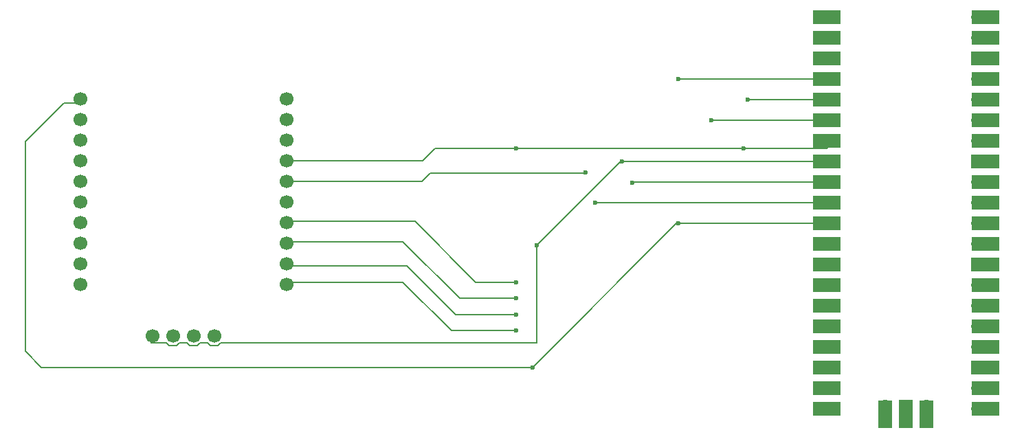
<source format=gbr>
%TF.GenerationSoftware,KiCad,Pcbnew,9.0.2*%
%TF.CreationDate,2025-05-22T21:13:13+05:30*%
%TF.ProjectId,Indira_Setu,496e6469-7261-45f5-9365-74752e6b6963,rev?*%
%TF.SameCoordinates,Original*%
%TF.FileFunction,Copper,L1,Top*%
%TF.FilePolarity,Positive*%
%FSLAX46Y46*%
G04 Gerber Fmt 4.6, Leading zero omitted, Abs format (unit mm)*
G04 Created by KiCad (PCBNEW 9.0.2) date 2025-05-22 21:13:13*
%MOMM*%
%LPD*%
G01*
G04 APERTURE LIST*
%TA.AperFunction,SMDPad,CuDef*%
%ADD10R,1.700000X3.500000*%
%TD*%
%TA.AperFunction,ComponentPad*%
%ADD11O,1.700000X1.700000*%
%TD*%
%TA.AperFunction,ComponentPad*%
%ADD12R,1.700000X1.700000*%
%TD*%
%TA.AperFunction,SMDPad,CuDef*%
%ADD13R,3.500000X1.700000*%
%TD*%
%TA.AperFunction,ComponentPad*%
%ADD14C,1.700000*%
%TD*%
%TA.AperFunction,ViaPad*%
%ADD15C,0.600000*%
%TD*%
%TA.AperFunction,Conductor*%
%ADD16C,0.200000*%
%TD*%
G04 APERTURE END LIST*
D10*
%TO.P,U1,43,SWDIO*%
%TO.N,unconnected-(U1-SWDIO-Pad43)*%
X210040000Y-97300000D03*
D11*
X210040000Y-96400000D03*
D10*
%TO.P,U1,42,GND*%
%TO.N,unconnected-(U1-GND-Pad42)*%
X207500000Y-97300000D03*
D12*
X207500000Y-96400000D03*
D10*
%TO.P,U1,41,SWCLK*%
%TO.N,unconnected-(U1-SWCLK-Pad41)*%
X204960000Y-97300000D03*
D11*
X204960000Y-96400000D03*
D13*
%TO.P,U1,40,VBUS*%
%TO.N,unconnected-(U1-VBUS-Pad40)*%
X217290000Y-48370000D03*
D11*
X216390000Y-48370000D03*
D13*
%TO.P,U1,39,VSYS*%
%TO.N,unconnected-(U1-VSYS-Pad39)*%
X217290000Y-50910000D03*
D11*
X216390000Y-50910000D03*
D13*
%TO.P,U1,38,GND*%
%TO.N,unconnected-(U1-GND-Pad38)*%
X217290000Y-53450000D03*
D12*
X216390000Y-53450000D03*
D13*
%TO.P,U1,37,3V3_EN*%
%TO.N,unconnected-(U1-3V3_EN-Pad37)*%
X217290000Y-55990000D03*
D11*
X216390000Y-55990000D03*
D13*
%TO.P,U1,36,3V3*%
%TO.N,unconnected-(U1-3V3-Pad36)*%
X217290000Y-58530000D03*
D11*
X216390000Y-58530000D03*
D13*
%TO.P,U1,35,ADC_VREF*%
%TO.N,unconnected-(U1-ADC_VREF-Pad35)*%
X217290000Y-61070000D03*
D11*
X216390000Y-61070000D03*
D13*
%TO.P,U1,34,GPIO28_ADC2*%
%TO.N,unconnected-(U1-GPIO28_ADC2-Pad34)*%
X217290000Y-63610000D03*
D11*
X216390000Y-63610000D03*
D13*
%TO.P,U1,33,AGND*%
%TO.N,unconnected-(U1-AGND-Pad33)*%
X217290000Y-66150000D03*
D12*
X216390000Y-66150000D03*
D13*
%TO.P,U1,32,GPIO27_ADC1*%
%TO.N,unconnected-(U1-GPIO27_ADC1-Pad32)*%
X217290000Y-68690000D03*
D11*
X216390000Y-68690000D03*
D13*
%TO.P,U1,31,GPIO26_ADC0*%
%TO.N,unconnected-(U1-GPIO26_ADC0-Pad31)*%
X217290000Y-71230000D03*
D11*
X216390000Y-71230000D03*
D13*
%TO.P,U1,30,RUN*%
%TO.N,unconnected-(U1-RUN-Pad30)*%
X217290000Y-73770000D03*
D11*
X216390000Y-73770000D03*
D13*
%TO.P,U1,29,GPIO22*%
%TO.N,unconnected-(U1-GPIO22-Pad29)*%
X217290000Y-76310000D03*
D11*
X216390000Y-76310000D03*
D13*
%TO.P,U1,28,GND*%
%TO.N,unconnected-(U1-GND-Pad28)*%
X217290000Y-78850000D03*
D12*
X216390000Y-78850000D03*
D13*
%TO.P,U1,27,GPIO21*%
%TO.N,unconnected-(U1-GPIO21-Pad27)*%
X217290000Y-81390000D03*
D11*
X216390000Y-81390000D03*
D13*
%TO.P,U1,26,GPIO20*%
%TO.N,unconnected-(U1-GPIO20-Pad26)*%
X217290000Y-83930000D03*
D11*
X216390000Y-83930000D03*
D13*
%TO.P,U1,25,GPIO19*%
%TO.N,unconnected-(U1-GPIO19-Pad25)*%
X217290000Y-86470000D03*
D11*
X216390000Y-86470000D03*
D13*
%TO.P,U1,24,GPIO18*%
%TO.N,unconnected-(U1-GPIO18-Pad24)*%
X217290000Y-89010000D03*
D11*
X216390000Y-89010000D03*
D13*
%TO.P,U1,23,GND*%
%TO.N,unconnected-(U1-GND-Pad23)*%
X217290000Y-91550000D03*
D12*
X216390000Y-91550000D03*
D13*
%TO.P,U1,22,GPIO17*%
%TO.N,unconnected-(U1-GPIO17-Pad22)*%
X217290000Y-94090000D03*
D11*
X216390000Y-94090000D03*
D13*
%TO.P,U1,21,GPIO16*%
%TO.N,unconnected-(U1-GPIO16-Pad21)*%
X217290000Y-96630000D03*
D11*
X216390000Y-96630000D03*
D13*
%TO.P,U1,20,GPIO15*%
%TO.N,unconnected-(U1-GPIO15-Pad20)*%
X197710000Y-96630000D03*
D11*
X198610000Y-96630000D03*
D13*
%TO.P,U1,19,GPIO14*%
%TO.N,unconnected-(U1-GPIO14-Pad19)*%
X197710000Y-94090000D03*
D11*
X198610000Y-94090000D03*
D13*
%TO.P,U1,18,GND*%
%TO.N,unconnected-(U1-GND-Pad18)*%
X197710000Y-91550000D03*
D12*
X198610000Y-91550000D03*
D13*
%TO.P,U1,17,GPIO13*%
%TO.N,unconnected-(U1-GPIO13-Pad17)*%
X197710000Y-89010000D03*
D11*
X198610000Y-89010000D03*
D13*
%TO.P,U1,16,GPIO12*%
%TO.N,unconnected-(U1-GPIO12-Pad16)*%
X197710000Y-86470000D03*
D11*
X198610000Y-86470000D03*
D13*
%TO.P,U1,15,GPIO11*%
%TO.N,unconnected-(U1-GPIO11-Pad15)*%
X197710000Y-83930000D03*
D11*
X198610000Y-83930000D03*
D13*
%TO.P,U1,14,GPIO10*%
%TO.N,unconnected-(U1-GPIO10-Pad14)*%
X197710000Y-81390000D03*
D11*
X198610000Y-81390000D03*
D13*
%TO.P,U1,13,GND*%
%TO.N,unconnected-(U1-GND-Pad13)*%
X197710000Y-78850000D03*
D12*
X198610000Y-78850000D03*
D13*
%TO.P,U1,12,GPIO9*%
%TO.N,unconnected-(U1-GPIO9-Pad12)*%
X197710000Y-76310000D03*
D11*
X198610000Y-76310000D03*
D13*
%TO.P,U1,11,GPIO8*%
%TO.N,Net-(U1-GPIO8)*%
X197710000Y-73770000D03*
D11*
X198610000Y-73770000D03*
D13*
%TO.P,U1,10,GPIO7*%
%TO.N,Net-(U1-GPIO7)*%
X197710000Y-71230000D03*
D11*
X198610000Y-71230000D03*
D13*
%TO.P,U1,9,GPIO6*%
%TO.N,Net-(U1-GPIO6)*%
X197710000Y-68690000D03*
D11*
X198610000Y-68690000D03*
D13*
%TO.P,U1,8,GND*%
%TO.N,Net-(CJMCU_FT1-GND-PadGND2)*%
X197710000Y-66150000D03*
D12*
X198610000Y-66150000D03*
D13*
%TO.P,U1,7,GPIO5*%
%TO.N,Net-(U1-GPIO5)*%
X197710000Y-63610000D03*
D11*
X198610000Y-63610000D03*
D13*
%TO.P,U1,6,GPIO4*%
%TO.N,Net-(U1-GPIO4)*%
X197710000Y-61070000D03*
D11*
X198610000Y-61070000D03*
D13*
%TO.P,U1,5,GPIO3*%
%TO.N,Net-(U1-GPIO3)*%
X197710000Y-58530000D03*
D11*
X198610000Y-58530000D03*
D13*
%TO.P,U1,4,GPIO2*%
%TO.N,Net-(U1-GPIO2)*%
X197710000Y-55990000D03*
D11*
X198610000Y-55990000D03*
D13*
%TO.P,U1,3,GND*%
%TO.N,Net-(CJMCU_FT1-GND-PadGND2)*%
X197710000Y-53450000D03*
D12*
X198610000Y-53450000D03*
D13*
%TO.P,U1,2,GPIO1*%
%TO.N,unconnected-(U1-GPIO1-Pad2)*%
X197710000Y-50910000D03*
D11*
X198610000Y-50910000D03*
D13*
%TO.P,U1,1,GPIO0*%
%TO.N,unconnected-(U1-GPIO0-Pad1)*%
X197710000Y-48370000D03*
D11*
X198610000Y-48370000D03*
%TD*%
D14*
%TO.P,CJMCU_FT1,+3.3V,+3.3V*%
%TO.N,unconnected-(CJMCU_FT1-Pad+3.3V)*%
X117200000Y-87648000D03*
%TO.P,CJMCU_FT1,+5V1,+5V*%
%TO.N,unconnected-(CJMCU_FT1-+5V-Pad+5V1)*%
X105770000Y-78758000D03*
%TO.P,CJMCU_FT1,+5V2,+5V*%
%TO.N,unconnected-(CJMCU_FT1-+5V-Pad+5V2)*%
X122280000Y-87648000D03*
%TO.P,CJMCU_FT1,AC0,AC0*%
%TO.N,Net-(U1-GPIO3)*%
X131170000Y-81298000D03*
%TO.P,CJMCU_FT1,AC1,AC1*%
%TO.N,Net-(U1-GPIO4)*%
X131170000Y-78758000D03*
%TO.P,CJMCU_FT1,AC2,AC2*%
%TO.N,Net-(U1-GPIO6)*%
X131170000Y-76218000D03*
%TO.P,CJMCU_FT1,AC3,AC3*%
%TO.N,Net-(U1-GPIO7)*%
X131170000Y-73678000D03*
%TO.P,CJMCU_FT1,AC4,AC4*%
%TO.N,unconnected-(CJMCU_FT1-PadAC4)*%
X131170000Y-71138000D03*
%TO.P,CJMCU_FT1,AC5,AC5*%
%TO.N,Net-(U1-GPIO2)*%
X131170000Y-68598000D03*
%TO.P,CJMCU_FT1,AC6,AC6*%
%TO.N,Net-(U1-GPIO5)*%
X131170000Y-66058000D03*
%TO.P,CJMCU_FT1,AC7,AC7*%
%TO.N,unconnected-(CJMCU_FT1-PadAC7)*%
X131170000Y-63518000D03*
%TO.P,CJMCU_FT1,AC8,AC8*%
%TO.N,unconnected-(CJMCU_FT1-PadAC8)*%
X131170000Y-60978000D03*
%TO.P,CJMCU_FT1,AC9,AC9*%
%TO.N,unconnected-(CJMCU_FT1-PadAC9)*%
X131170000Y-58438000D03*
%TO.P,CJMCU_FT1,AD0,AD0*%
%TO.N,Net-(U1-GPIO8)*%
X105770000Y-58438000D03*
%TO.P,CJMCU_FT1,AD1,AD1*%
%TO.N,unconnected-(CJMCU_FT1-PadAD1)*%
X105770000Y-60978000D03*
%TO.P,CJMCU_FT1,AD2,AD2*%
%TO.N,unconnected-(CJMCU_FT1-PadAD2)*%
X105770000Y-63518000D03*
%TO.P,CJMCU_FT1,AD3,AD3*%
%TO.N,unconnected-(CJMCU_FT1-PadAD3)*%
X105770000Y-66058000D03*
%TO.P,CJMCU_FT1,AD4,AD4*%
%TO.N,unconnected-(CJMCU_FT1-PadAD4)*%
X105770000Y-68598000D03*
%TO.P,CJMCU_FT1,AD5,AD5*%
%TO.N,unconnected-(CJMCU_FT1-PadAD5)*%
X105770000Y-71138000D03*
%TO.P,CJMCU_FT1,AD6,AD6*%
%TO.N,unconnected-(CJMCU_FT1-PadAD6)*%
X105770000Y-73678000D03*
%TO.P,CJMCU_FT1,AD7,AD7*%
%TO.N,unconnected-(CJMCU_FT1-PadAD7)*%
X105770000Y-76218000D03*
%TO.P,CJMCU_FT1,GND1,GND*%
%TO.N,unconnected-(CJMCU_FT1-GND-PadGND1)*%
X105770000Y-81298000D03*
%TO.P,CJMCU_FT1,GND2,GND*%
%TO.N,Net-(CJMCU_FT1-GND-PadGND2)*%
X114660000Y-87648000D03*
%TO.P,CJMCU_FT1,Vcore,Vcore*%
%TO.N,unconnected-(CJMCU_FT1-PadVcore)*%
X119740000Y-87648000D03*
%TD*%
D15*
%TO.N,Net-(U1-GPIO5)*%
X187500000Y-64500000D03*
X159500000Y-64500000D03*
%TO.N,Net-(U1-GPIO8)*%
X161500000Y-91500000D03*
X179500000Y-73770000D03*
%TO.N,Net-(CJMCU_FT1-GND-PadGND2)*%
X172500000Y-66150000D03*
X162000000Y-76500000D03*
%TO.N,Net-(U1-GPIO3)*%
X159500000Y-87000000D03*
%TO.N,Net-(U1-GPIO4)*%
X159500000Y-85000000D03*
%TO.N,Net-(U1-GPIO6)*%
X159500000Y-83000000D03*
%TO.N,Net-(U1-GPIO7)*%
X159500000Y-81000000D03*
X169250000Y-71250000D03*
%TO.N,Net-(U1-GPIO6)*%
X173750000Y-68750000D03*
%TO.N,Net-(U1-GPIO3)*%
X188000000Y-58530000D03*
%TO.N,Net-(U1-GPIO4)*%
X183500000Y-61070000D03*
%TO.N,Net-(U1-GPIO2)*%
X168000000Y-67500000D03*
X179500000Y-56000000D03*
%TD*%
D16*
%TO.N,Net-(U1-GPIO8)*%
X105270000Y-58938000D02*
X105770000Y-58438000D01*
X103770000Y-58938000D02*
X105270000Y-58938000D01*
X101000000Y-91500000D02*
X99000000Y-89500000D01*
X161500000Y-91500000D02*
X101000000Y-91500000D01*
X99000000Y-63708000D02*
X103770000Y-58938000D01*
X179230000Y-73770000D02*
X179500000Y-73770000D01*
X99000000Y-89500000D02*
X99000000Y-63708000D01*
X161500000Y-91500000D02*
X179230000Y-73770000D01*
%TO.N,Net-(U1-GPIO5)*%
X147942000Y-66058000D02*
X149500000Y-64500000D01*
X149500000Y-64500000D02*
X159500000Y-64500000D01*
X131170000Y-66058000D02*
X147942000Y-66058000D01*
%TO.N,Net-(U1-GPIO2)*%
X147902000Y-68598000D02*
X148902000Y-67598000D01*
X148902000Y-67598000D02*
X167902000Y-67598000D01*
X131170000Y-68598000D02*
X147902000Y-68598000D01*
%TO.N,Net-(U1-GPIO3)*%
X151500000Y-87000000D02*
X159500000Y-87000000D01*
X145500000Y-81000000D02*
X151500000Y-87000000D01*
X131170000Y-81298000D02*
X131468000Y-81000000D01*
X131468000Y-81000000D02*
X145500000Y-81000000D01*
%TO.N,Net-(U1-GPIO4)*%
X146000000Y-79000000D02*
X152000000Y-85000000D01*
X152000000Y-85000000D02*
X159500000Y-85000000D01*
X131170000Y-78758000D02*
X131412000Y-79000000D01*
X131412000Y-79000000D02*
X146000000Y-79000000D01*
%TO.N,Net-(U1-GPIO6)*%
X145500000Y-76000000D02*
X152500000Y-83000000D01*
X152500000Y-83000000D02*
X159500000Y-83000000D01*
X131388000Y-76000000D02*
X145500000Y-76000000D01*
X131170000Y-76218000D02*
X131388000Y-76000000D01*
%TO.N,Net-(U1-GPIO7)*%
X154500000Y-81000000D02*
X159500000Y-81000000D01*
X147000000Y-73500000D02*
X154500000Y-81000000D01*
X131348000Y-73500000D02*
X147000000Y-73500000D01*
X131170000Y-73678000D02*
X131348000Y-73500000D01*
%TO.N,Net-(U1-GPIO5)*%
X187500000Y-64500000D02*
X197720000Y-64500000D01*
X159500000Y-64500000D02*
X187500000Y-64500000D01*
%TO.N,Net-(U1-GPIO8)*%
X179500000Y-73770000D02*
X198610000Y-73770000D01*
%TO.N,Net-(CJMCU_FT1-GND-PadGND2)*%
X172500000Y-66150000D02*
X198610000Y-66150000D01*
%TO.N,Net-(U1-GPIO3)*%
X188000000Y-58530000D02*
X198610000Y-58530000D01*
%TO.N,Net-(U1-GPIO4)*%
X183500000Y-61070000D02*
X198610000Y-61070000D01*
%TO.N,Net-(CJMCU_FT1-GND-PadGND2)*%
X162000000Y-76500000D02*
X172350000Y-66150000D01*
%TO.N,Net-(U1-GPIO5)*%
X197720000Y-64500000D02*
X198610000Y-63610000D01*
%TO.N,Net-(CJMCU_FT1-GND-PadGND2)*%
X172350000Y-66150000D02*
X172500000Y-66150000D01*
%TO.N,Net-(U1-GPIO4)*%
X183430000Y-61070000D02*
X183500000Y-61070000D01*
%TO.N,Net-(U1-GPIO3)*%
X187970000Y-58530000D02*
X188000000Y-58530000D01*
%TO.N,Net-(U1-GPIO7)*%
X169270000Y-71230000D02*
X198610000Y-71230000D01*
%TO.N,Net-(U1-GPIO2)*%
X179510000Y-55990000D02*
X198610000Y-55990000D01*
%TO.N,Net-(U1-GPIO6)*%
X173810000Y-68690000D02*
X198610000Y-68690000D01*
%TO.N,Net-(CJMCU_FT1-GND-PadGND2)*%
X162000000Y-88500000D02*
X162000000Y-76500000D01*
X123055760Y-88500000D02*
X162000000Y-88500000D01*
X122756760Y-88799000D02*
X123055760Y-88500000D01*
X121803240Y-88799000D02*
X122756760Y-88799000D01*
X121504240Y-88500000D02*
X121803240Y-88799000D01*
X120515760Y-88500000D02*
X121504240Y-88500000D01*
X120216760Y-88799000D02*
X120515760Y-88500000D01*
X119263240Y-88799000D02*
X120216760Y-88799000D01*
X118964240Y-88500000D02*
X119263240Y-88799000D01*
X117975760Y-88500000D02*
X118964240Y-88500000D01*
X117676760Y-88799000D02*
X117975760Y-88500000D01*
X114500000Y-88500000D02*
X116424240Y-88500000D01*
X116723240Y-88799000D02*
X117676760Y-88799000D01*
X114660000Y-87648000D02*
X114500000Y-87808000D01*
X114500000Y-87808000D02*
X114500000Y-88500000D01*
X116424240Y-88500000D02*
X116723240Y-88799000D01*
%TD*%
M02*

</source>
